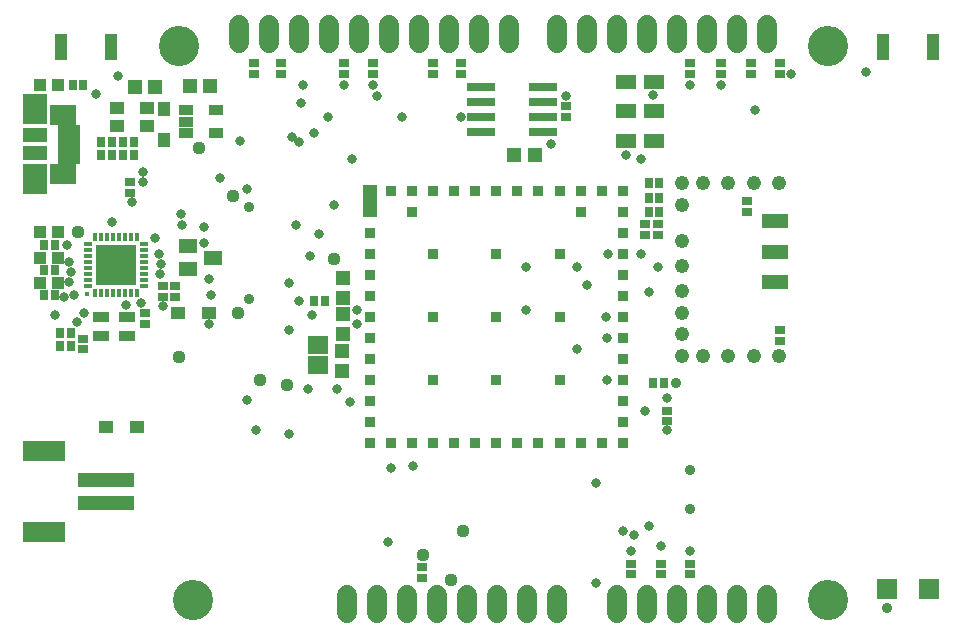
<source format=gts>
G75*
%MOIN*%
%OFA0B0*%
%FSLAX25Y25*%
%IPPOS*%
%LPD*%
%AMOC8*
5,1,8,0,0,1.08239X$1,22.5*
%
%ADD10R,0.08674X0.05131*%
%ADD11R,0.05131X0.04737*%
%ADD12R,0.02600X0.03800*%
%ADD13R,0.03800X0.02600*%
%ADD14R,0.04619X0.10603*%
%ADD15R,0.03595X0.03595*%
%ADD16R,0.04737X0.05131*%
%ADD17R,0.04698X0.03517*%
%ADD18R,0.03950X0.03950*%
%ADD19R,0.03950X0.08674*%
%ADD20C,0.06737*%
%ADD21C,0.13398*%
%ADD22R,0.13780X0.13780*%
%ADD23R,0.01378X0.02953*%
%ADD24R,0.02953X0.01378*%
%ADD25R,0.01784X0.01784*%
%ADD26R,0.05800X0.03300*%
%ADD27R,0.07493X0.02572*%
%ADD28R,0.09068X0.06607*%
%ADD29R,0.08280X0.10150*%
%ADD30R,0.08268X0.04528*%
%ADD31R,0.04737X0.03950*%
%ADD32R,0.03950X0.04737*%
%ADD33R,0.06312X0.04737*%
%ADD34R,0.06706X0.06706*%
%ADD35R,0.09461X0.03162*%
%ADD36R,0.18910X0.04737*%
%ADD37R,0.14186X0.07099*%
%ADD38R,0.07099X0.04737*%
%ADD39R,0.06706X0.05918*%
%ADD40C,0.03200*%
%ADD41C,0.04000*%
%ADD42C,0.04400*%
%ADD43C,0.04762*%
%ADD44C,0.03600*%
D10*
X0279848Y0133561D03*
X0279848Y0143600D03*
X0279848Y0153639D03*
D11*
X0135648Y0134822D03*
X0135648Y0128129D03*
X0135598Y0122846D03*
X0135598Y0116154D03*
X0135548Y0110546D03*
X0135548Y0103854D03*
D12*
X0129648Y0127200D03*
X0126048Y0127200D03*
X0066048Y0175800D03*
X0062448Y0175800D03*
X0058848Y0175800D03*
X0055248Y0175800D03*
X0055248Y0180000D03*
X0058848Y0180000D03*
X0062448Y0180000D03*
X0066048Y0180000D03*
X0049248Y0199000D03*
X0045648Y0199000D03*
X0039648Y0145800D03*
X0036048Y0145800D03*
X0036048Y0137400D03*
X0039648Y0137400D03*
X0039648Y0129000D03*
X0036048Y0129000D03*
X0041448Y0116400D03*
X0045048Y0116400D03*
X0045048Y0112200D03*
X0041448Y0112200D03*
X0237648Y0156800D03*
X0241248Y0156800D03*
X0241248Y0161600D03*
X0237648Y0161600D03*
X0237648Y0166400D03*
X0241248Y0166400D03*
X0242698Y0099775D03*
X0239098Y0099775D03*
D13*
X0243648Y0090600D03*
X0243648Y0087000D03*
X0281448Y0113800D03*
X0281448Y0117400D03*
X0240711Y0149200D03*
X0236448Y0149200D03*
X0236448Y0152800D03*
X0240711Y0152800D03*
X0270448Y0156800D03*
X0270448Y0160400D03*
X0210048Y0188400D03*
X0210048Y0192000D03*
X0175248Y0202800D03*
X0175248Y0206400D03*
X0165648Y0206400D03*
X0165648Y0202800D03*
X0145848Y0202800D03*
X0145848Y0206400D03*
X0136248Y0206400D03*
X0136248Y0202800D03*
X0115248Y0202800D03*
X0115248Y0206400D03*
X0106248Y0206400D03*
X0106248Y0202800D03*
X0064848Y0166800D03*
X0064848Y0163200D03*
X0075648Y0132000D03*
X0075648Y0128400D03*
X0079848Y0128400D03*
X0079848Y0132000D03*
X0069648Y0123000D03*
X0069648Y0119400D03*
X0049248Y0114600D03*
X0049248Y0111000D03*
X0162203Y0038390D03*
X0162203Y0034790D03*
X0231648Y0036000D03*
X0231648Y0039600D03*
X0241848Y0039600D03*
X0241848Y0036000D03*
X0251448Y0036000D03*
X0251448Y0039600D03*
X0251448Y0202800D03*
X0251448Y0206400D03*
X0261648Y0206400D03*
X0261648Y0202800D03*
X0271848Y0202800D03*
X0271848Y0206400D03*
X0281448Y0206400D03*
X0281448Y0202800D03*
D14*
X0144848Y0160400D03*
D15*
X0151856Y0163904D03*
X0158864Y0163904D03*
X0165872Y0163904D03*
X0172879Y0163904D03*
X0179887Y0163904D03*
X0186895Y0163904D03*
X0193903Y0163904D03*
X0200911Y0163904D03*
X0207919Y0163904D03*
X0214927Y0163904D03*
X0221935Y0163904D03*
X0228942Y0163904D03*
X0228942Y0156896D03*
X0228942Y0149888D03*
X0228942Y0142880D03*
X0228942Y0135872D03*
X0228942Y0128865D03*
X0228942Y0121857D03*
X0228942Y0114849D03*
X0228942Y0107841D03*
X0228942Y0100833D03*
X0228942Y0093825D03*
X0228942Y0086817D03*
X0228942Y0079809D03*
X0221935Y0079809D03*
X0214927Y0079809D03*
X0207919Y0079809D03*
X0200911Y0079809D03*
X0193903Y0079809D03*
X0186895Y0079809D03*
X0179887Y0079809D03*
X0172879Y0079809D03*
X0165872Y0079809D03*
X0158864Y0079809D03*
X0151856Y0079809D03*
X0144848Y0079809D03*
X0144848Y0086817D03*
X0144848Y0093825D03*
X0144848Y0100833D03*
X0144848Y0107841D03*
X0144848Y0114849D03*
X0144848Y0121857D03*
X0144848Y0128865D03*
X0144848Y0135872D03*
X0144848Y0142880D03*
X0144848Y0149888D03*
X0158864Y0156896D03*
X0165872Y0142880D03*
X0186895Y0142880D03*
X0207919Y0142880D03*
X0214927Y0156896D03*
X0207919Y0121857D03*
X0186895Y0121857D03*
X0165872Y0121857D03*
X0165872Y0100833D03*
X0186895Y0100833D03*
X0207919Y0100833D03*
D16*
X0199594Y0175800D03*
X0192901Y0175800D03*
X0091294Y0198700D03*
X0084601Y0198700D03*
X0072994Y0198600D03*
X0066301Y0198600D03*
D17*
X0083269Y0190640D03*
X0083269Y0186900D03*
X0083269Y0183160D03*
X0093466Y0183160D03*
X0093466Y0190640D03*
D18*
X0040801Y0199000D03*
X0034895Y0199000D03*
X0034895Y0150000D03*
X0040801Y0150000D03*
X0040801Y0141600D03*
X0034895Y0141600D03*
X0034895Y0133200D03*
X0040801Y0133200D03*
D19*
X0041880Y0211800D03*
X0058416Y0211800D03*
X0315780Y0211800D03*
X0332316Y0211800D03*
D20*
X0277048Y0213231D02*
X0277048Y0219169D01*
X0267048Y0219169D02*
X0267048Y0213231D01*
X0257048Y0213231D02*
X0257048Y0219169D01*
X0247048Y0219169D02*
X0247048Y0213231D01*
X0237048Y0213231D02*
X0237048Y0219169D01*
X0227048Y0219169D02*
X0227048Y0213231D01*
X0217048Y0213231D02*
X0217048Y0219169D01*
X0207048Y0219169D02*
X0207048Y0213231D01*
X0191048Y0213231D02*
X0191048Y0219169D01*
X0181048Y0219169D02*
X0181048Y0213231D01*
X0171048Y0213231D02*
X0171048Y0219169D01*
X0161048Y0219169D02*
X0161048Y0213231D01*
X0151048Y0213231D02*
X0151048Y0219169D01*
X0141048Y0219169D02*
X0141048Y0213231D01*
X0131048Y0213231D02*
X0131048Y0219169D01*
X0121048Y0219169D02*
X0121048Y0213231D01*
X0111048Y0213231D02*
X0111048Y0219169D01*
X0101048Y0219169D02*
X0101048Y0213231D01*
X0137048Y0029169D02*
X0137048Y0023231D01*
X0147048Y0023231D02*
X0147048Y0029169D01*
X0157048Y0029169D02*
X0157048Y0023231D01*
X0167048Y0023231D02*
X0167048Y0029169D01*
X0177048Y0029169D02*
X0177048Y0023231D01*
X0187048Y0023231D02*
X0187048Y0029169D01*
X0197048Y0029169D02*
X0197048Y0023231D01*
X0207048Y0023231D02*
X0207048Y0029169D01*
X0227048Y0029169D02*
X0227048Y0023231D01*
X0237048Y0023231D02*
X0237048Y0029169D01*
X0247048Y0029169D02*
X0247048Y0023231D01*
X0257048Y0023231D02*
X0257048Y0029169D01*
X0267048Y0029169D02*
X0267048Y0023231D01*
X0277048Y0023231D02*
X0277048Y0029169D01*
D21*
X0297348Y0027300D03*
X0085898Y0027300D03*
X0081098Y0212100D03*
X0297348Y0212100D03*
D22*
X0060048Y0139100D03*
D23*
X0061032Y0129848D03*
X0059064Y0129848D03*
X0057095Y0129848D03*
X0055127Y0129848D03*
X0053158Y0129848D03*
X0063001Y0129848D03*
X0064969Y0129848D03*
X0066938Y0129848D03*
X0066938Y0148352D03*
X0064969Y0148352D03*
X0063001Y0148352D03*
X0061032Y0148352D03*
X0059064Y0148352D03*
X0057095Y0148352D03*
X0055127Y0148352D03*
X0053158Y0148352D03*
D24*
X0050796Y0145990D03*
X0050796Y0144021D03*
X0050796Y0142053D03*
X0050796Y0140084D03*
X0050796Y0138116D03*
X0050796Y0136147D03*
X0050796Y0134179D03*
X0050796Y0132210D03*
X0069300Y0132210D03*
X0069300Y0134179D03*
X0069300Y0136147D03*
X0069300Y0138116D03*
X0069300Y0140084D03*
X0069300Y0142053D03*
X0069300Y0144021D03*
X0069300Y0145990D03*
D25*
X0050540Y0129592D03*
D26*
X0055148Y0121900D03*
X0063748Y0121900D03*
X0063748Y0115300D03*
X0055148Y0115300D03*
D27*
X0044257Y0174282D03*
X0044257Y0176841D03*
X0044257Y0179400D03*
X0044257Y0181959D03*
X0044257Y0184518D03*
D28*
X0042288Y0189243D03*
X0042288Y0169557D03*
D29*
X0033233Y0167786D03*
X0033233Y0191014D03*
D30*
X0033233Y0182451D03*
X0033233Y0176349D03*
D31*
X0060330Y0185400D03*
X0060330Y0191400D03*
X0070566Y0191400D03*
X0070566Y0185400D03*
X0080730Y0123000D03*
X0090966Y0123000D03*
X0066966Y0085200D03*
X0056730Y0085200D03*
D32*
X0076248Y0180882D03*
X0076248Y0191118D03*
D33*
X0083917Y0145340D03*
X0092579Y0141600D03*
X0083917Y0137860D03*
D34*
X0317158Y0030975D03*
X0330938Y0030975D03*
D35*
X0202284Y0183300D03*
X0202284Y0188300D03*
X0202284Y0193300D03*
X0202284Y0198300D03*
X0181812Y0198300D03*
X0181812Y0193300D03*
X0181812Y0188300D03*
X0181812Y0183300D03*
D36*
X0056615Y0067537D03*
X0056615Y0059663D03*
D37*
X0036142Y0050214D03*
X0036142Y0076986D03*
D38*
X0229999Y0180600D03*
X0239448Y0180600D03*
X0239448Y0190443D03*
X0229999Y0190443D03*
X0229999Y0200285D03*
X0239448Y0200285D03*
D39*
X0127368Y0112506D03*
X0127368Y0105814D03*
D40*
X0124248Y0097800D03*
X0133848Y0097800D03*
X0138048Y0093600D03*
X0117648Y0082800D03*
X0106848Y0084000D03*
X0103848Y0094200D03*
X0117648Y0117600D03*
X0125448Y0122400D03*
X0121248Y0127200D03*
X0117648Y0133200D03*
X0124848Y0142200D03*
X0127848Y0149400D03*
X0120048Y0152400D03*
X0132648Y0159000D03*
X0138648Y0174600D03*
X0126048Y0183000D03*
X0121248Y0180000D03*
X0118848Y0181800D03*
X0130848Y0188400D03*
X0121848Y0193200D03*
X0122448Y0199200D03*
X0136248Y0199200D03*
X0145848Y0199200D03*
X0147040Y0195341D03*
X0155448Y0188400D03*
X0175248Y0188400D03*
X0205248Y0179400D03*
X0210048Y0195600D03*
X0239242Y0195691D03*
X0251448Y0199200D03*
X0261648Y0199200D03*
X0273048Y0190800D03*
X0285048Y0202800D03*
X0310248Y0203400D03*
X0235248Y0174600D03*
X0230014Y0175759D03*
X0235248Y0142800D03*
X0240648Y0138600D03*
X0237648Y0130200D03*
X0223448Y0121800D03*
X0223648Y0114800D03*
X0213648Y0111000D03*
X0223848Y0100800D03*
X0236448Y0090600D03*
X0243648Y0094800D03*
X0243648Y0084000D03*
X0220248Y0066600D03*
X0229248Y0050400D03*
X0232848Y0049200D03*
X0237648Y0052200D03*
X0241848Y0045600D03*
X0231648Y0043800D03*
X0220248Y0033000D03*
X0251448Y0043800D03*
X0159048Y0072000D03*
X0151848Y0071400D03*
X0150648Y0046800D03*
X0140448Y0119400D03*
X0140448Y0124200D03*
X0091848Y0129000D03*
X0091248Y0134400D03*
X0089448Y0146400D03*
X0089448Y0151800D03*
X0082248Y0152400D03*
X0081648Y0156000D03*
X0073248Y0148200D03*
X0074448Y0142800D03*
X0074982Y0139355D03*
X0074808Y0136200D03*
X0068356Y0126322D03*
X0063249Y0125843D03*
X0075648Y0125400D03*
X0091248Y0119400D03*
X0049276Y0123006D03*
X0047238Y0120259D03*
X0039648Y0122400D03*
X0042771Y0128569D03*
X0046230Y0129203D03*
X0044555Y0133523D03*
X0045071Y0136731D03*
X0044448Y0139995D03*
X0043848Y0145800D03*
X0058848Y0153600D03*
X0065448Y0160200D03*
X0069048Y0166800D03*
X0069071Y0170181D03*
X0094848Y0168000D03*
X0103848Y0164400D03*
X0101448Y0180600D03*
X0060648Y0202200D03*
X0053448Y0196200D03*
X0196848Y0138600D03*
X0213648Y0138600D03*
X0224161Y0142804D03*
X0217248Y0132600D03*
X0196848Y0124200D03*
D41*
X0060048Y0139100D03*
D42*
X0047448Y0150000D03*
X0087648Y0178200D03*
X0099048Y0162000D03*
X0132648Y0141000D03*
X0100848Y0123000D03*
X0081048Y0108600D03*
X0108048Y0100800D03*
X0117048Y0099000D03*
X0175848Y0050400D03*
X0162259Y0042600D03*
X0171648Y0034200D03*
D43*
X0248648Y0108800D03*
X0255848Y0108800D03*
X0264248Y0108800D03*
X0272648Y0108800D03*
X0281048Y0108800D03*
X0248648Y0116000D03*
X0248648Y0123200D03*
X0248648Y0130400D03*
X0248648Y0138800D03*
X0248648Y0147200D03*
X0248648Y0159200D03*
X0248648Y0166400D03*
X0255848Y0166400D03*
X0264248Y0166400D03*
X0272648Y0166400D03*
X0281048Y0166400D03*
D44*
X0246798Y0099750D03*
X0251523Y0070875D03*
X0251373Y0057675D03*
X0316981Y0024881D03*
X0104448Y0127800D03*
X0104448Y0158400D03*
M02*

</source>
